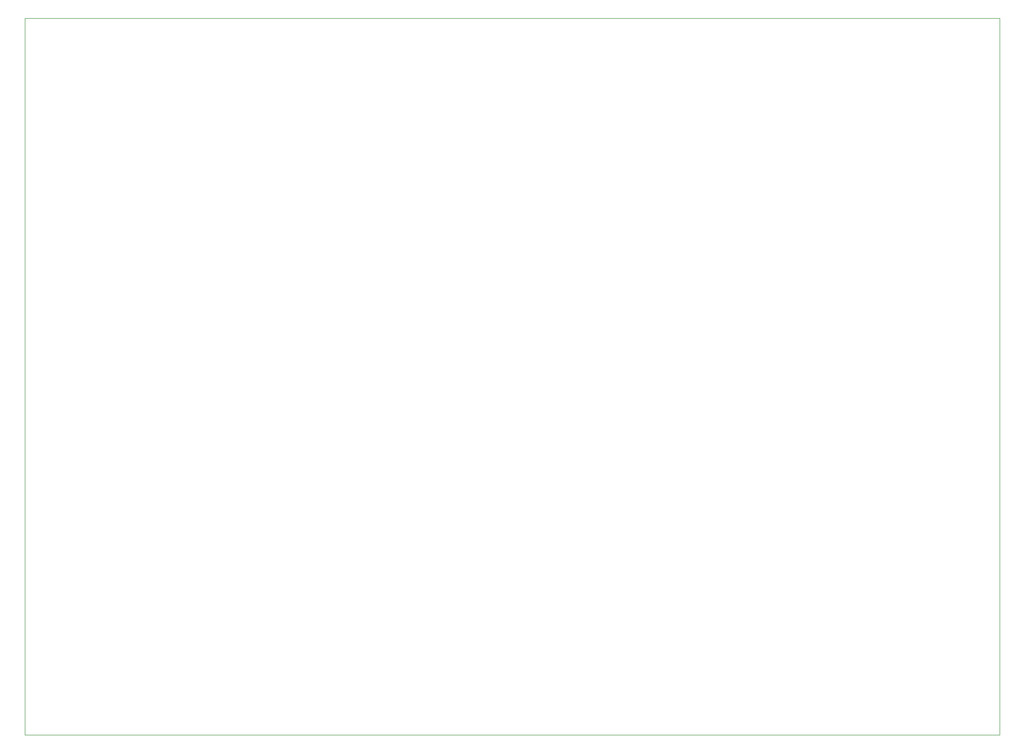
<source format=gbr>
%TF.GenerationSoftware,KiCad,Pcbnew,7.0.2*%
%TF.CreationDate,2023-07-19T14:15:56-05:00*%
%TF.ProjectId,cube,63756265-2e6b-4696-9361-645f70636258,rev?*%
%TF.SameCoordinates,Original*%
%TF.FileFunction,Profile,NP*%
%FSLAX46Y46*%
G04 Gerber Fmt 4.6, Leading zero omitted, Abs format (unit mm)*
G04 Created by KiCad (PCBNEW 7.0.2) date 2023-07-19 14:15:56*
%MOMM*%
%LPD*%
G01*
G04 APERTURE LIST*
%TA.AperFunction,Profile*%
%ADD10C,0.100000*%
%TD*%
G04 APERTURE END LIST*
D10*
X17780000Y-22860000D02*
X190500000Y-22860000D01*
X190500000Y-149860000D01*
X17780000Y-149860000D01*
X17780000Y-22860000D01*
M02*

</source>
